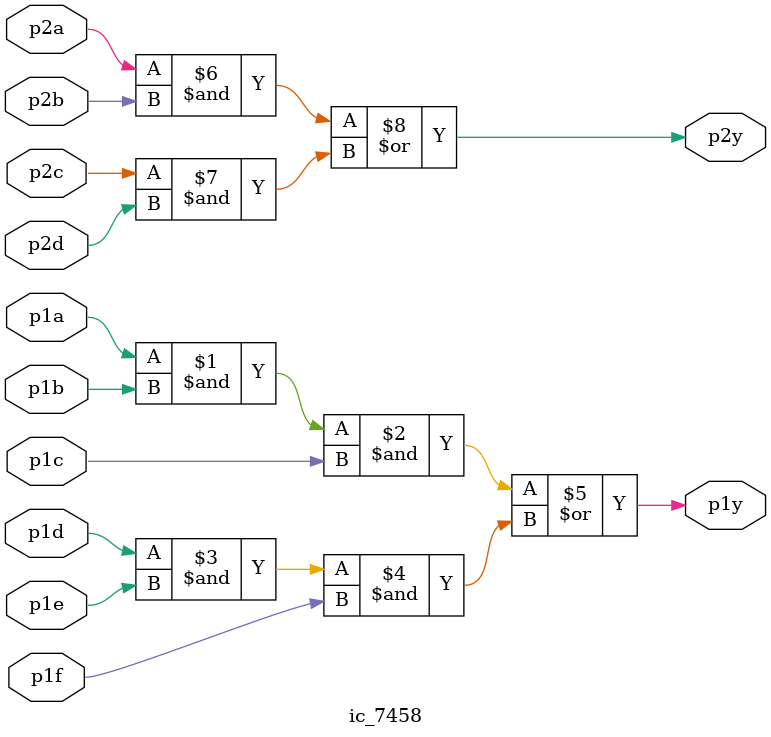
<source format=v>
module ic_7458 ( 
    input p1a, p1b, p1c, p1d, p1e, p1f,
    output p1y,
    input p2a, p2b, p2c, p2d,
    output p2y );
	
    assign p1y = (p1a & p1b & p1c) | (p1d & p1e & p1f);
    assign p2y = (p2a & p2b) | (p2c & p2d);

endmodule

</source>
